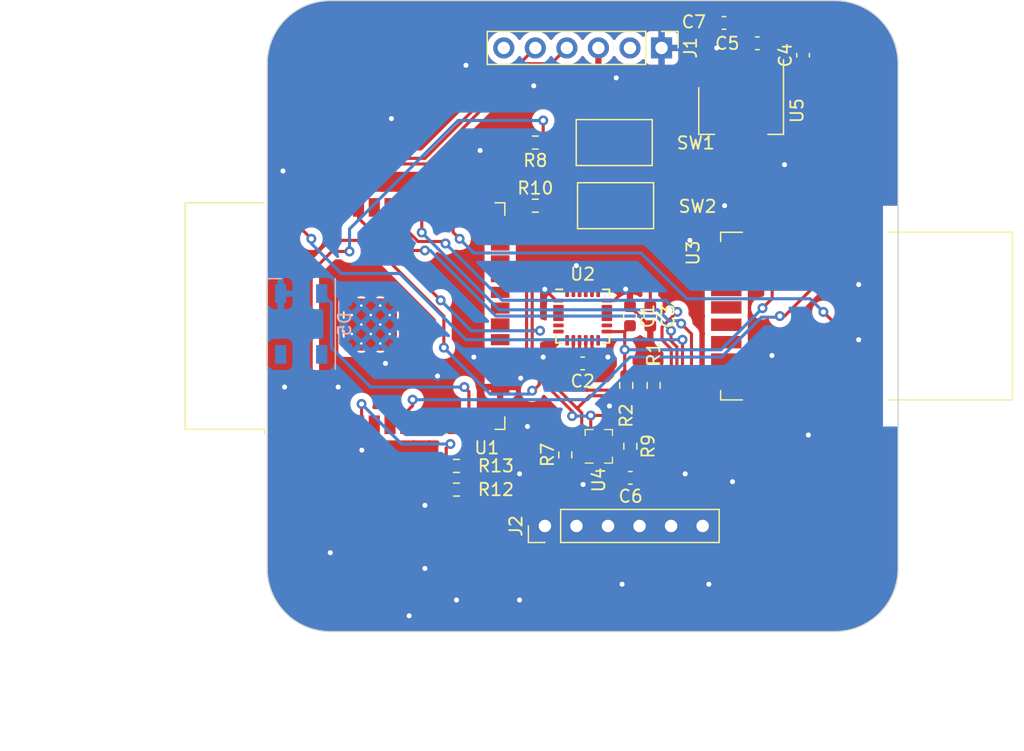
<source format=kicad_pcb>
(kicad_pcb (version 20221018) (generator pcbnew)
  (layers (0 "F.Cu" signal) (31 "B.Cu" signal) (34 "B.Paste" user) (35 "F.Paste" user) (36 "B.SilkS" user "B.Silkscreen") (37 "F.SilkS" user "F.Silkscreen") (38 "B.Mask" user) (39 "F.Mask" user) (44 "Edge.Cuts" user))
  (net 0 "")
  (net 1 "Net-(U2-REGOUT)")
  (net 2 "Net-(U2-CPOUT)")
  (net 3 "+BATT")
  (net 5 "Net-(D5-DIN)")
  (net 8 "Net-(U4-CSB)")
  (net 9 "Net-(SW1-B)")
  (net 10 "Net-(U4-SDO)")
  (net 11 "Net-(SW2-A)")
  (net 24 "ESP_RX")
  (net 27 "ESP_TX")
  (net 35 "GND")
  (net 36 "MISO")
  (net 37 "SCK")
  (net 39 "VCC")
  (net 40 "MOSI")
  (net 41 "MPU_IRQ")
  (net 42 "DW_RST")
  (net 43 "SS")
  (net 44 "SDA")
  (net 45 "SCL")
  (net 46 "DW_IRQ")
  (net 49 "MOTOR_4")
  (net 50 "MOTOR_1")
  (net 51 "MOTOR_2")
  (net 52 "MOTOR_3")
  (net 67 "WS_IN")
  (net 68 "BAT+")
  (net 69 "BAT_LEVEL")
  (footprint "Resistor_SMD:R_0603_1608Metric" (layer "F.Cu") (at 103.115 102.988 -90)
    (fp_text reference "R1")
    (fp_text value "R_Small" hide)
  )
  (footprint "Resistor_SMD:R_0603_1608Metric" (layer "F.Cu") (at 93.59 88.51)
    (fp_text reference "R10")
    (fp_text value "10K" hide)
  )
  (footprint "RF_Module:DWM1000" (layer "F.Cu") (at 120.26 97.4 -90)
    (fp_text reference "U3")
    (fp_text value "DWM1000" hide)
  )
  (footprint "Resistor_SMD:R_0603_1608Metric" (layer "F.Cu") (at 101.24 107.885 -90)
    (fp_text reference "R9")
    (fp_text value "10K" hide)
  )
  (footprint "Sensor_Motion:InvenSense_QFN-24_4x4mm_P0.5mm" (layer "F.Cu") (at 97.4 97.4)
    (fp_text reference "U2")
    (fp_text value "MPU-6050" hide)
  )
  (footprint "Connector_PinHeader_2.54mm:PinHeader_1x06_P2.54mm_Vertical" (layer "F.Cu") (at 94.361 114.3 90)
    (fp_text reference "J2")
    (fp_text value "Conn_01x06")
  )
  (footprint "Resistor_SMD:R_0603_1608Metric" (layer "F.Cu") (at 100.91 102.988 -90)
    (fp_text reference "R2")
    (fp_text value "R_Small" hide)
  )
  (footprint "Capacitor_SMD:C_0603_1608Metric" (layer "F.Cu") (at 115.148532 76.40069 90)
    (fp_text reference "C4")
    (fp_text value "C" hide)
  )
  (footprint "Capacitor_SMD:C_0603_1608Metric" (layer "F.Cu") (at 101.21 97.4 -90)
    (fp_text reference "C1")
    (fp_text value "C")
  )
  (footprint "Package_TO_SOT_SMD:SOT-223-3_TabPin2" (layer "F.Cu") (at 110.161477 80.859543 -90)
    (fp_text reference "U5")
    (fp_text value "LM317_SOT-223")
  )
  (footprint "Package_LGA:Bosch_LGA-8_2x2.5mm_P0.65mm_ClockwisePinNumbering" (layer "F.Cu") (at 98.7 107.885 90)
    (fp_text reference "U4")
    (fp_text value "BMP280" hide)
  )
  (footprint "Button_Switch_SMD:SW_SPST_CK_RS282G05A3" (layer "F.Cu") (at 100.05 88.51)
    (fp_text reference "SW2")
    (fp_text value "SW_Push_Open" hide)
  )
  (footprint "Capacitor_SMD:C_0603_1608Metric" (layer "F.Cu") (at 97.4 101.21 180)
    (fp_text reference "C2")
    (fp_text value "C")
  )
  (footprint "RF_Module:ESP32-WROOM-32" (layer "F.Cu") (at 81.252071 97.4 90)
    (fp_text reference "U1")
    (fp_text value "ESP32-WROOM-32" hide)
  )
  (footprint "Resistor_SMD:R_0603_1608Metric" (layer "F.Cu") (at 93.59 83.43)
    (fp_text reference "R8")
    (fp_text value "10K" hide)
  )
  (footprint "Resistor_SMD:R_0603_1608Metric" (layer "F.Cu") (at 87.24 111.37 180)
    (fp_text reference "R12")
    (fp_text value "100K" hide)
  )
  (footprint "Capacitor_SMD:C_0603_1608Metric" (layer "F.Cu") (at 111.467457 75.43529)
    (fp_text reference "C5")
    (fp_text value "C" hide)
  )
  (footprint "Resistor_SMD:R_0603_1608Metric" (layer "F.Cu") (at 87.24 109.465)
    (fp_text reference "R13")
    (fp_text value "100K" hide)
  )
  (footprint "Resistor_SMD:R_0603_1608Metric" (layer "F.Cu") (at 96.003 108.576 90)
    (fp_text reference "R7")
    (fp_text value "10K" hide)
  )
  (footprint "Capacitor_SMD:C_0603_1608Metric" (layer "F.Cu") (at 102.848911 97.411935 -90)
    (fp_text reference "C3")
    (fp_text value "C")
  )
  (footprint "Button_Switch_SMD:SW_SPST_CK_RS282G05A3" (layer "F.Cu") (at 99.94 83.43 180)
    (fp_text reference "SW1")
    (fp_text value "SW_Push_Open" hide)
  )
  (footprint "Capacitor_SMD:C_0603_1608Metric" (layer "F.Cu") (at 108.775 73.797155)
    (fp_text reference "C7")
    (fp_text value "C" hide)
  )
  (footprint "Capacitor_SMD:C_0603_1608Metric" (layer "F.Cu") (at 101.24 110.425)
    (fp_text reference "C6")
    (fp_text value "C" hide)
  )
  (footprint "Connector_PinHeader_2.54mm:PinHeader_1x06_P2.54mm_Vertical" (layer "F.Cu") (at 103.75 75.81 -90)
    (fp_text reference "J1")
    (fp_text value "Conn_01x06" hide)
  )
  (footprint "LED_SMD:LED_WS2812B_PLCC4_5.0x5.0mm_P3.2mm" (layer "B.Cu") (at 74.734338 98.035248 90)
    (fp_text reference "D5")
    (fp_text value "WS2812B" hide)
  )
  (gr_line (start 72 117.72) (end 72 77.08) (stroke (width 0.1)) (layer "Edge.Cuts"))
  (gr_line (start 77.08 122.8) (end 117.72 122.8) (stroke (width 0.1)) (layer "Edge.Cuts"))
  (gr_arc (start 122.8 117.72) (mid 121.312102 121.312102) (end 117.72 122.8) (stroke (width 0.1)) (layer "Edge.Cuts"))
  (gr_line (start 117.72 72) (end 77.08 72) (stroke (width 0.1)) (layer "Edge.Cuts"))
  (gr_arc (start 77.08 122.8) (mid 73.487898 121.312102) (end 72 117.72) (stroke (width 0.1)) (layer "Edge.Cuts"))
  (gr_arc (start 72 77.08) (mid 73.487898 73.487898) (end 77.08 72) (stroke (width 0.1)) (layer "Edge.Cuts"))
  (gr_arc (start 117.72 72) (mid 121.312102 73.487898) (end 122.8 77.08) (stroke (width 0.1)) (layer "Edge.Cuts"))
  (gr_line (start 122.8 117.72) (end 122.8 77.08) (stroke (width 0.1)) (layer "Edge.Cuts"))
  (segment (start 97.65 100.2662) (end 97.65 99.35) (width 0.25) (layer "F.Cu") (net 1))
  (segment (start 98.175 101.21) (end 98.175 100.7912) (width 0.25) (layer "F.Cu") (net 1))
  (segment (start 98.175 100.7912) (end 97.65 100.2662) (width 0.25) (layer "F.Cu") (net 1))
  (segment (start 101.8196 94.225) (end 98.8478 94.225) (width 0.25) (layer "F.Cu") (net 2))
  (segment (start 102.848911 95.254311) (end 101.8196 94.225) (width 0.25) (layer "F.Cu") (net 2))
  (segment (start 98.8478 94.261515) (end 98.15 94.959315) (width 0.25) (layer "F.Cu") (net 2))
  (segment (start 98.15 94.959315) (end 98.15 95.45) (width 0.25) (layer "F.Cu") (net 2))
  (segment (start 102.848911 96.636935) (end 102.848911 95.254311) (width 0.25) (layer "F.Cu") (net 2))
  (segment (start 98.8478 94.225) (end 98.8478 94.261515) (width 0.25) (layer "F.Cu") (net 2))
  (segment (start 107.345 74.452155) (end 107.345 77.193066) (width 0.5) (layer "F.Cu") (net 3))
  (segment (start 108 73.797155) (end 107.345 74.452155) (width 0.5) (layer "F.Cu") (net 3))
  (segment (start 107.345 77.193066) (end 107.861477 77.709543) (width 0.5) (layer "F.Cu") (net 3))
  (segment (start 88.242071 103.482071) (end 88.242071 106.15) (width 0.25) (layer "F.Cu") (net 5))
  (segment (start 87.875 103.115) (end 88.242071 103.482071) (width 0.25) (layer "F.Cu") (net 5))
  (via (at 87.875 103.115) (size 0.8) (drill 0.4) (layers "F.Cu" "B.Cu") (net 5))
  (segment (start 77.159338 99.94) (end 80.334338 103.115) (width 0.25) (layer "B.Cu") (net 5))
  (segment (start 80.334338 103.115) (end 87.875 103.115) (width 0.25) (layer "B.Cu") (net 5))
  (segment (start 77.159338 96.360248) (end 77.159338 99.94) (width 0.25) (layer "B.Cu") (net 5))
  (segment (start 76.384338 95.585248) (end 77.159338 96.360248) (width 0.25) (layer "B.Cu") (net 5))
  (segment (start 96.851 107.751) (end 97.31 108.21) (width 0.25) (layer "F.Cu") (net 8))
  (segment (start 96.003 107.751) (end 96.851 107.751) (width 0.25) (layer "F.Cu") (net 8))
  (segment (start 97.9 108.21) (end 97.31 108.21) (width 0.25) (layer "F.Cu") (net 8))
  (segment (start 77.203168 92.196832) (end 75.542071 93.857929) (width 0.25) (layer "F.Cu") (net 9))
  (segment (start 96.04 83.43) (end 94.415 83.43) (width 0.25) (layer "F.Cu") (net 9))
  (segment (start 75.542071 93.857929) (end 75.542071 106.15) (width 0.25) (layer "F.Cu") (net 9))
  (segment (start 94.225 83.24) (end 94.415 83.43) (width 0.25) (layer "F.Cu") (net 9))
  (segment (start 78.629566 92.196832) (end 77.203168 92.196832) (width 0.25) (layer "F.Cu") (net 9))
  (segment (start 94.225 81.652) (end 94.225 83.24) (width 0.25) (layer "F.Cu") (net 9))
  (via (at 94.225 81.652) (size 0.8) (drill 0.4) (layers "F.Cu" "B.Cu") (net 9))
  (via (at 78.629566 92.196832) (size 0.8) (drill 0.4) (layers "F.Cu" "B.Cu") (net 9))
  (segment (start 87.367 81.652) (end 94.225 81.652) (width 0.25) (layer "B.Cu") (net 9))
  (segment (start 78.629566 90.389434) (end 87.367 81.652) (width 0.25) (layer "B.Cu") (net 9))
  (segment (start 78.629566 92.196832) (end 78.629566 90.389434) (width 0.25) (layer "B.Cu") (net 9))
  (segment (start 99.5 106.91) (end 101.09 106.91) (width 0.25) (layer "F.Cu") (net 10))
  (segment (start 101.09 106.91) (end 101.24 107.06) (width 0.25) (layer "F.Cu") (net 10))
  (segment (start 91.939 89.526) (end 93.399 89.526) (width 0.25) (layer "F.Cu") (net 11))
  (segment (start 91.063 88.65) (end 91.939 89.526) (width 0.25) (layer "F.Cu") (net 11))
  (segment (start 89.512071 88.65) (end 91.063 88.65) (width 0.25) (layer "F.Cu") (net 11))
  (segment (start 96.15 88.51) (end 94.415 88.51) (width 0.25) (layer "F.Cu") (net 11))
  (segment (start 93.399 89.526) (end 94.415 88.51) (width 0.25) (layer "F.Cu") (net 11))
  (segment (start 80.44 85.15) (end 84.886396 85.15) (width 0.25) (layer "F.Cu") (net 24))
  (segment (start 78.082071 87.507929) (end 80.44 85.15) (width 0.25) (layer "F.Cu") (net 24))
  (segment (start 94.86 77.08) (end 96.13 75.81) (width 0.25) (layer "F.Cu") (net 24))
  (segment (start 78.082071 88.65) (end 78.082071 87.507929) (width 0.25) (layer "F.Cu") (net 24))
  (segment (start 92.956396 77.08) (end 94.86 77.08) (width 0.25) (layer "F.Cu") (net 24))
  (segment (start 84.886396 85.15) (end 92.956396 77.08) (width 0.25) (layer "F.Cu") (net 24))
  (segment (start 76.812071 88.07) (end 76.812071 88.65) (width 0.25) (layer "F.Cu") (net 27))
  (segment (start 93.59 75.81) (end 84.7 84.7) (width 0.25) (layer "F.Cu") (net 27))
  (segment (start 80.182071 84.7) (end 76.812071 88.07) (width 0.25) (layer "F.Cu") (net 27))
  (segment (start 84.7 84.7) (end 80.182071 84.7) (width 0.25) (layer "F.Cu") (net 27))
  (segment (start 96.879462 108.86) (end 96.595462 108.576) (width 0.25) (layer "F.Cu") (net 35))
  (segment (start 99.5 108.21) (end 100.74 108.21) (width 0.25) (layer "F.Cu") (net 35))
  (segment (start 98.15 99.35) (end 98.15 99.928) (width 0.25) (layer "F.Cu") (net 35))
  (segment (start 99.938454 96.15) (end 100.857884 95.23057) (width 0.25) (layer "F.Cu") (net 35))
  (segment (start 98.924 100.702) (end 99.432 100.702) (width 0.25) (layer "F.Cu") (net 35))
  (segment (start 108.9638 102.3) (end 107.507 102.3) (width 0.25) (layer "F.Cu") (net 35))
  (segment (start 98.15 99.928) (end 98.924 100.702) (width 0.25) (layer "F.Cu") (net 35))
  (segment (start 95.261 96.15) (end 94.352 95.241) (width 0.25) (layer "F.Cu") (net 35))
  (segment (start 96.625 101.21) (end 97.15 100.685) (width 0.25) (layer "F.Cu") (net 35))
  (segment (start 100.74 108.21) (end 101.24 108.71) (width 0.25) (layer "F.Cu") (net 35))
  (segment (start 102.771935 98.186935) (end 101.21 96.625) (width 0.25) (layer "F.Cu") (net 35))
  (segment (start 107.507 102.3) (end 107.052 101.845) (width 0.25) (layer "F.Cu") (net 35))
  (segment (start 96.595462 108.576) (end 94.987 108.576) (width 0.25) (layer "F.Cu") (net 35))
  (segment (start 102.848911 98.186935) (end 102.771935 98.186935) (width 0.25) (layer "F.Cu") (net 35))
  (segment (start 97.9 108.86) (end 96.879462 108.86) (width 0.25) (layer "F.Cu") (net 35))
  (segment (start 95.45 96.15) (end 95.261 96.15) (width 0.25) (layer "F.Cu") (net 35))
  (segment (start 97.15 100.685) (end 97.15 99.35) (width 0.25) (layer "F.Cu") (net 35))
  (segment (start 99.35 96.15) (end 99.938454 96.15) (width 0.25) (layer "F.Cu") (net 35))
  (via (at 109.465 110.735) (size 0.8) (drill 0.4) (layers "F.Cu" "B.Cu") (net 35))
  (via (at 92.410879 102.399159) (size 0.8) (drill 0.4) (layers "F.Cu" "B.Cu") (net 35))
  (via (at 73.27 85.716) (size 0.8) (drill 0.4) (layers "F.Cu" "B.Cu") (net 35))
  (via (at 85.716 102.226) (size 0.8) (drill 0.4) (layers "F.Cu" "B.Cu") (net 35))
  (via (at 94.225 100.702) (size 0.8) (drill 0.4) (layers "F.Cu" "B.Cu") (net 35))
  (via (at 106.036 91.304) (size 0.8) (drill 0.4) (layers "F.Cu" "B.Cu") (net 35))
  (via (at 100.575 118.99) (size 0.8) (drill 0.4) (layers "F.Cu" "B.Cu") (net 35))
  (via (at 83.43 121.53) (size 0.8) (drill 0.4) (layers "F.Cu" "B.Cu") (net 35))
  (via (at 97.431644 110.958615) (size 0.8) (drill 0.4) (layers "F.Cu" "B.Cu") (net 35))
  (via (at 82 81.5) (size 0.8) (drill 0.4) (layers "F.Cu" "B.Cu") (net 35))
  (via (at 88.637 100.702) (size 0.8) (drill 0.4) (layers "F.Cu" "B.Cu") (net 35))
  (via (at 119.625 99.305) (size 0.8) (drill 0.4) (layers "F.Cu" "B.Cu") (net 35))
  (via (at 89.145 84.065) (size 0.8) (drill 0.4) (layers "F.Cu" "B.Cu") (net 35))
  (via (at 84.7 117.72) (size 0.8) (drill 0.4) (layers "F.Cu" "B.Cu") (net 35))
  (via (at 115.575 106.975) (size 0.8) (drill 0.4) (layers "F.Cu" "B.Cu") (net 35))
  (via (at 99.432 100.702) (size 0.8) (drill 0.4) (layers "F.Cu" "B.Cu") (net 35))
  (via (at 108.83 88.51) (size 0.8) (drill 0.4) (layers "F.Cu" "B.Cu") (net 35))
  (via (at 108.195 75.81) (size 0.8) (drill 0.4) (layers "F.Cu" "B.Cu") (net 35))
  (via (at 107.56 118.99) (size 0.8) (drill 0.4) (layers "F.Cu" "B.Cu") (net 35))
  (via (at 100.105346 78.219271) (size 0.8) (drill 0.4) (layers "F.Cu" "B.Cu") (net 35))
  (via (at 99.559 104.639) (size 0.8) (drill 0.4) (layers "F.Cu" "B.Cu") (net 35))
  (via (at 73.397 103.115) (size 0.8) (drill 0.4) (layers "F.Cu" "B.Cu") (net 35))
  (via (at 79.62 108.195) (size 0.8) (drill 0.4) (layers "F.Cu" "B.Cu") (net 35))
  (via (at 96.892 93.336) (size 0.8) (drill 0.4) (layers "F.Cu" "B.Cu") (net 35))
  (via (at 81.525 101.21) (size 0.8) (drill 0.4) (layers "F.Cu" "B.Cu") (net 35))
  (via (at 77.715 103.115) (size 0.8) (drill 0.4) (layers "F.Cu" "B.Cu") (net 35))
  (via (at 92.32 110.1) (size 0.8) (drill 0.4) (layers "F.Cu" "B.Cu") (net 35))
  (via (at 119.625 94.86) (size 0.8) (drill 0.4) (layers "F.Cu" "B.Cu") (net 35))
  (via (at 92.955 106.29) (size 0.8) (drill 0.4) (layers "F.Cu" "B.Cu") (net 35))
  (via (at 94.352 95.241) (size 0.8) (drill 0.4) (layers "F.Cu" "B.Cu") (net 35))
  (via (at 113.656 85.208) (size 0.8) (drill 0.4) (layers "F.Cu" "B.Cu") (net 35))
  (via (at 87.24 120.26) (size 0.8) (drill 0.4) (layers "F.Cu" "B.Cu") (net 35))
  (via (at 100.857884 95.23057) (size 0.8) (drill 0.4) (layers "F.Cu" "B.Cu") (net 35))
  (via (at 77.08 116.45) (size 0.8) (drill 0.4) (layers "F.Cu" "B.Cu") (net 35))
  (via (at 84.7 112.64) (size 0.8) (drill 0.4) (layers "F.Cu" "B.Cu") (net 35))
  (via (at 112.64 100.575) (size 0.8) (drill 0.4) (layers "F.Cu" "B.Cu") (net 35))
  (via (at 92.32 120.26) (size 0.8) (drill 0.4) (layers "F.Cu" "B.Cu") (net 35))
  (via (at 93.463 78.858) (size 0.8) (drill 0.4) (layers "F.Cu" "B.Cu") (net 35))
  (via (at 105.655 110.1) (size 0.8) (drill 0.4) (layers "F.Cu" "B.Cu") (net 35))
  (via (at 88.002 77.207) (size 0.8) (drill 0.4) (layers "F.Cu" "B.Cu") (net 35))
  (segment (start 104.9885 99.880305) (end 104.51508 99.406885) (width 0.25) (layer "F.Cu") (net 36))
  (segment (start 109.081208 106.29) (end 104.9885 102.197292) (width 0.25) (layer "F.Cu") (net 36))
  (segment (start 104.51508 99.406885) (end 104.51508 98.5805) (width 0.25) (layer "F.Cu") (net 36))
  (segment (start 83.7365 92.1185) (end 81.892071 90.274071) (width 0.25) (layer "F.Cu") (net 36))
  (segment (start 84.7 92.1185) (end 83.7365 92.1185) (width 0.25) (layer "F.Cu") (net 36))
  (segment (start 114.0588 103.7) (end 114.0588 104.6172) (width 0.25) (layer "F.Cu") (net 36))
  (segment (start 81.892071 90.274071) (end 81.892071 88.65) (width 0.25) (layer "F.Cu") (net 36))
  (segment (start 104.9885 102.197292) (end 104.9885 99.880305) (width 0.25) (layer "F.Cu") (net 36))
  (segment (start 112.386 106.29) (end 109.081208 106.29) (width 0.25) (layer "F.Cu") (net 36))
  (segment (start 114.0588 104.6172) (end 112.386 106.29) (width 0.25) (layer "F.Cu") (net 36))
  (via (at 84.7 92.1185) (size 0.8) (drill 0.4) (layers "F.Cu" "B.Cu") (net 36))
  (via (at 104.51508 98.5805) (size 0.8) (drill 0.4) (layers "F.Cu" "B.Cu") (net 36))
  (segment (start 103.33458 97.4) (end 104.51508 98.5805) (width 0.25) (layer "B.Cu") (net 36))
  (segment (start 85.1335 92.1185) (end 90.415 97.4) (width 0.25) (layer "B.Cu") (net 36))
  (segment (start 84.7 92.1185) (end 85.1335 92.1185) (width 0.25) (layer "B.Cu") (net 36))
  (segment (start 90.415 97.4) (end 103.33458 97.4) (width 0.25) (layer "B.Cu") (net 36))
  (segment (start 105.013775 97.0565) (end 105.02 97.0565) (width 0.25) (layer "F.Cu") (net 37))
  (segment (start 104.5385 102.383688) (end 104.5385 100.066701) (width 0.25) (layer "F.Cu") (net 37))
  (segment (start 83.156876 90.405181) (end 83.156876 88.655195) (width 0.25) (layer "F.Cu") (net 37))
  (segment (start 83.156876 88.655195) (end 83.162071 88.65) (width 0.25) (layer "F.Cu") (net 37))
  (segment (start 113.8938 106.74) (end 108.894812 106.74) (width 0.25) (layer "F.Cu") (net 37))
  (segment (start 86.195598 91.394) (end 84.145695 91.394) (width 0.25) (layer "F.Cu") (net 37))
  (segment (start 115.4588 103.7) (end 115.4588 105.175) (width 0.25) (layer "F.Cu") (net 37))
  (segment (start 103.79008 99.318281) (end 103.79008 98.280195) (width 0.25) (layer "F.Cu") (net 37))
  (segment (start 108.894812 106.74) (end 104.5385 102.383688) (width 0.25) (layer "F.Cu") (net 37))
  (segment (start 103.79008 98.280195) (end 105.013775 97.0565) (width 0.25) (layer "F.Cu") (net 37))
  (segment (start 86.355299 91.553701) (end 86.195598 91.394) (width 0.25) (layer "F.Cu") (net 37))
  (segment (start 84.145695 91.394) (end 83.156876 90.405181) (width 0.25) (layer "F.Cu") (net 37))
  (segment (start 115.4588 105.175) (end 113.8938 106.74) (width 0.25) (layer "F.Cu") (net 37))
  (segment (start 104.5385 100.066701) (end 103.79008 99.318281) (width 0.25) (layer "F.Cu") (net 37))
  (via (at 86.355299 91.553701) (size 0.8) (drill 0.4) (layers "F.Cu" "B.Cu") (net 37))
  (via (at 105.02 97.0565) (size 0.8) (drill 0.4) (layers "F.Cu" "B.Cu") (net 37))
  (segment (start 90.931598 96.13) (end 104.0935 96.13) (width 0.25) (layer "B.Cu") (net 37))
  (segment (start 104.0935 96.13) (end 105.02 97.0565) (width 0.25) (layer "B.Cu") (net 37))
  (segment (start 86.355299 91.553701) (end 90.931598 96.13) (width 0.25) (layer "B.Cu") (net 37))
  (segment (start 100.305 110.585) (end 100.465 110.425) (width 0.25) (layer "F.Cu") (net 39))
  (segment (start 99.35 98.65) (end 100.785 98.65) (width 0.25) (layer "F.Cu") (net 39))
  (segment (start 112.6588 91.1) (end 112.6588 95.9842) (width 0.25) (layer "F.Cu") (net 39))
  (segment (start 92.765 83.43) (end 92.765 85.78) (width 0.5) (layer "F.Cu") (net 39))
  (segment (start 96.851 109.401) (end 97.169 109.719) (width 0.25) (layer "F.Cu") (net 39))
  (segment (start 112.6588 89.875) (end 112.6588 91.1) (width 0.5) (layer "F.Cu") (net 39))
  (segment (start 99.94 84.7) (end 100.575 84.7) (width 0.5) (layer "F.Cu") (net 39))
  (segment (start 97.785604 103.363) (end 99.71 103.363) (width 0.25) (layer "F.Cu") (net 39))
  (segment (start 99.71 103.363) (end 100.91 102.163) (width 0.25) (layer "F.Cu") (net 39))
  (segment (start 100.575 84.7) (end 101.845 85.97) (width 0.5) (layer "F.Cu") (net 39))
  (segment (start 101.21 98.225) (end 100.785 98.65) (width 0.25) (layer "F.Cu") (net 39))
  (segment (start 74.380684 106.258613) (end 74.272071 106.15) (width 0.4) (layer "F.Cu") (net 39))
  (segment (start 103.115 102.163) (end 103.303208 102.163) (width 0.25) (layer "F.Cu") (net 39))
  (segment (start 92.765 85.78) (end 98.86 85.78) (width 0.5) (layer "F.Cu") (net 39))
  (segment (start 100.785 98.65) (end 100.785 100.111) (width 0.25) (layer "F.Cu") (net 39))
  (segment (start 97.779604 103.369) (end 97.785604 103.363) (width 0.25) (layer "F.Cu") (net 39))
  (segment (start 98.67 83.43) (end 99.94 84.7) (width 0.5) (layer "F.Cu") (net 39))
  (segment (start 108.7538 85.97) (end 109.245918 86.462118) (width 0.5) (layer "F.Cu") (net 39))
  (segment (start 113.142457 75.169615) (end 113.142457 74.905696) (width 0.5) (layer "F.Cu") (net 39))
  (segment (start 101.21 98.175) (end 101.21 98.225) (width 0.25) (layer "F.Cu") (net 39))
  (segment (start 98.86 85.78) (end 99.94 84.7) (width 0.5) (layer "F.Cu") (net 39))
  (segment (start 103.115 102.163) (end 100.91 102.163) (width 0.25) (layer "F.Cu") (net 39))
  (segment (start 92.765 85.78) (end 92.765 88.51) (width 0.5) (layer "F.Cu") (net 39))
  (segment (start 109.245918 86.462118) (end 112.6588 89.875) (width 0.5) (layer "F.Cu") (net 39))
  (segment (start 103.915 102.774792) (end 103.915 104.230462) (width 0.25) (layer "F.Cu") (net 39))
  (segment (start 98.67 75.81) (end 98.67 83.43) (width 0.5) (layer "F.Cu") (net 39))
  (segment (start 96.638 103.369) (end 97.779604 103.369) (width 0.25) (layer "F.Cu") (net 39))
  (segment (start 96.65 99.35) (end 96.65 100.1566) (width 0.25) (layer "F.Cu") (net 39))
  (segment (start 110.161477 85.546559) (end 109.245918 86.462118) (width 0.5) (layer "F.Cu") (net 39))
  (segment (start 100.785 102.038) (end 100.91 102.163) (width 0.25) (layer "F.Cu") (net 39))
  (segment (start 110.161477 75.96627) (end 110.692457 75.43529) (width 0.5) (layer "F.Cu") (net 39))
  (segment (start 95.241 100.829) (end 95.241 101.972) (width 0.25) (layer "F.Cu") (net 39))
  (segment (start 103.915 104.230462) (end 102.294462 105.851) (width 0.25) (layer "F.Cu") (net 39))
  (segment (start 95.7744 100.2956) (end 95.241 100.829) (width 0.25) (layer "F.Cu") (net 39))
  (segment (start 115.4588 91.1) (end 114.0588 91.1) (width 0.25) (layer "F.Cu") (net 39))
  (segment (start 98.67 107.56) (end 98.67 108.83) (width 0.25) (layer "F.Cu") (net 39))
  (segment (start 96.003 109.401) (end 96.851 109.401) (width 0.25) (layer "F.Cu") (net 39))
  (segment (start 95.241 101.972) (end 96.638 103.369) (width 0.25) (layer "F.Cu") (net 39))
  (segment (start 115.148532 77.17569) (end 113.142457 75.169615) (width 0.5) (layer "F.Cu") (net 39))
  (segment (start 96.511 100.2956) (end 95.7744 100.2956) (width 0.25) (layer "F.Cu") (net 39))
  (segment (start 99.406 109.719) (end 99.5 109.625) (width 0.25) (layer "F.Cu") (net 39))
  (segment (start 113.142457 74.905696) (end 112.590802 74.354041) (width 0.5) (layer "F.Cu") (net 39))
  (segment (start 98.7 108.86) (end 99.5 108.86) (width 0.25) (layer "F.Cu") (net 39))
  (segment (start 100.465 110.425) (end 100.3 110.425) (width 0.25) (layer "F.Cu") (net 39))
  (segment (start 95.637801 109.766199) (end 96.003 109.401) (width 0.25) (layer "F.Cu") (net 39))
  (segment (start 96.65 100.1566) (end 96.511 100.2956) (width 0.25) (layer "F.Cu") (net 39))
  (segment (start 98.67 108.83) (end 98.7 108.86) (width 0.25) (layer "F.Cu") (net 39))
  (segment (start 99.5 107.56) (end 98.67 107.56) (width 0.25) (layer "F.Cu") (net 39))
  (segment (start 98.67 106.29) (end 98.67 107.56) (width 0.25) (layer "F.Cu") (net 39))
  (segment (start 112.590802 74.354041) (end 111.773706 74.354041) (width 0.5) (layer "F.Cu") (net 39))
  (segment (start 110.161477 77.709543) (end 110.161477 75.96627) (width 0.5) (layer "F.Cu") (net 39))
  (segment (start 100.3 110.425) (end 99.5 109.625) (width 0.25) (layer "F.Cu") (net 39))
  (segment (start 99.109 105.851) (end 98.67 106.29) (width 0.25) (layer "F.Cu") (net 39))
  (segment (start 100.785 100.111) (end 100.785 102.038) (width 0.25) (layer "F.Cu") (net 39))
  (segment (start 97.169 109.719) (end 99.406 109.719) (width 0.25) (layer "F.Cu") (net 39))
  (segment (start 101.845 85.97) (end 108.7538 85.97) (width 0.5) (layer "F.Cu") (net 39))
  (segment (start 111.773706 74.354041) (end 110.692457 75.43529) (width 0.5) (layer "F.Cu") (net 39))
  (segment (start 99.5 108.86) (end 99.5 109.625) (width 0.25) (layer "F.Cu") (net 39))
  (segment (start 114.0588 91.1) (end 112.6588 91.1) (width 0.25) (layer "F.Cu") (net 39))
  (segment (start 102.294462 105.851) (end 99.109 105.851) (width 0.25) (layer "F.Cu") (net 39))
  (segment (start 103.303208 102.163) (end 103.915 102.774792) (width 0.25) (layer "F.Cu") (net 39))
  (segment (start 110.161477 84.009543) (end 110.161477 85.546559) (width 0.5) (layer "F.Cu") (net 39))
  (segment (start 112.6588 95.9842) (end 111.878 96.765) (width 0.25) (layer "F.Cu") (net 39))
  (segment (start 110.161477 84.009543) (end 110.161477 77.709543) (width 0.5) (layer "F.Cu") (net 39))
  (via (at 100.785 100.111) (size 0.8) (drill 0.4) (layers "F.Cu" "B.Cu") (net 39))
  (via (at 111.878 96.765) (size 0.8) (drill 0.4) (layers "F.Cu" "B.Cu") (net 39))
  (segment (start 111.878 96.765) (end 108.532 100.111) (width 0.25) (layer "B.Cu") (net 39))
  (segment (start 108.532 100.111) (end 100.785 100.111) (width 0.25) (layer "B.Cu") (net 39))
  (segment (start 111.947 105.84) (end 109.267604 105.84) (width 0.25) (layer "F.Cu") (net 40))
  (segment (start 112.66 105.127) (end 111.947 105.84) (width 0.25) (layer "F.Cu") (net 40))
  (segment (start 75.556 91.177) (end 74.272071 89.893071) (width 0.25) (layer "F.Cu") (net 40))
  (segment (start 112.66 103.7) (end 112.66 105.127) (width 0.25) (layer "F.Cu") (net 40))
  (segment (start 74.272071 89.893071) (end 74.272071 88.65) (width 0.25) (layer "F.Cu") (net 40))
  (segment (start 105.4385 102.010896) (end 105.4385 99.305) (width 0.25) (layer "F.Cu") (net 40))
  (segment (start 109.267604 105.84) (end 105.4385 102.010896) (width 0.25) (layer "F.Cu") (net 40))
  (via (at 75.556 91.177) (size 0.8) (drill 0.4) (layers "F.Cu" "B.Cu") (net 40))
  (via (at 105.4385 99.305) (size 0.8) (drill 0.4) (layers "F.Cu" "B.Cu") (net 40))
  (segment (start 82.668 93.971) (end 77.969 93.971) (width 0.25) (layer "B.Cu") (net 40))
  (segment (start 105.4385 99.305) (end 88.002 99.305) (width 0.25) (layer "B.Cu") (net 40))
  (segment (start 88.002 99.305) (end 86.732 98.035) (width 0.25) (layer "B.Cu") (net 40))
  (segment (start 86.732 98.035) (end 82.668 93.971) (width 0.25) (layer "B.Cu") (net 40))
  (segment (start 77.969 93.971) (end 75.556 91.558) (width 0.25) (layer "B.Cu") (net 40))
  (segment (start 75.556 91.558) (end 75.556 91.177) (width 0.25) (layer "B.Cu") (net 40))
  (segment (start 118.2588 92.7972) (end 118.2588 91.1) (width 0.25) (layer "F.Cu") (net 42))
  (segment (start 83.707571 104.131) (end 83.707571 104.615429) (width 0.25) (layer "F.Cu") (net 42))
  (segment (start 83.707571 104.615429) (end 83.162071 105.160929) (width 0.25) (layer "F.Cu") (net 42))
  (segment (start 83.162071 105.160929) (end 83.162071 106.15) (width 0.25) (layer "F.Cu") (net 42))
  (segment (start 113.275 97.4) (end 113.656 97.4) (width 0.25) (layer "F.Cu") (net 42))
  (segment (start 113.656 97.4) (end 118.2588 92.7972) (width 0.25) (layer "F.Cu") (net 42))
  (via (at 83.707571 104.131) (size 0.8) (drill 0.4) (layers "F.Cu" "B.Cu") (net 42))
  (via (at 113.275 97.4) (size 0.8) (drill 0.4) (layers "F.Cu" "B.Cu") (net 42))
  (segment (start 108.577396 100.702) (end 101.21 100.702) (width 0.25) (layer "B.Cu") (net 42))
  (segment (start 113.185 97.49) (end 111.789396 97.49) (width 0.25) (layer "B.Cu") (net 42))
  (segment (start 111.789396 97.49) (end 108.577396 100.702) (width 0.25) (layer "B.Cu") (net 42))
  (segment (start 101.21 100.702) (end 97.781 104.131) (width 0.25) (layer "B.Cu") (net 42))
  (segment (start 97.781 104.131) (end 83.707571 104.131) (width 0.25) (layer "B.Cu") (net 42))
  (segment (start 113.275 97.4) (end 113.185 97.49) (width 0.25) (layer "B.Cu") (net 42))
  (segment (start 109.454 105.39) (end 111 105.39) (width 0.25) (layer "F.Cu") (net 43))
  (segment (start 84.446 90.669) (end 84.446 88.663929) (width 0.25) (layer "F.Cu") (net 43))
  (segment (start 105.332825 98.005787) (end 106.163 98.835962) (width 0.25) (layer "F.Cu") (net 43))
  (segment (start 111.26 105.13) (end 111.26 103.7) (width 0.25) (layer "F.Cu") (net 43))
  (segment (start 84.446 88.663929) (end 84.432071 88.65) (width 0.25) (layer "F.Cu") (net 43))
  (segment (start 106.163 102.099) (end 109.454 105.39) (width 0.25) (layer "F.Cu") (net 43))
  (segment (start 111 105.39) (end 111.26 105.13) (width 0.25) (layer "F.Cu") (net 43))
  (segment (start 106.163 98.835962) (end 106.163 102.099) (width 0.25) (layer "F.Cu") (net 43))
  (via (at 105.332825 98.005787) (size 0.8) (drill 0.4) (layers "F.Cu" "B.Cu") (net 43))
  (via (at 84.446 90.669) (size 0.8) (drill 0.4) (layers "F.Cu" "B.Cu") (net 43))
  (segment (start 104.352476 97.7815) (end 103.462976 96.892) (width 0.25) (layer "B.Cu") (net 43))
  (segment (start 105.332825 98.005787) (end 105.108538 97.7815) (width 0.25) (layer "B.Cu") (net 43))
  (segment (start 90.669 96.892) (end 84.446 90.669) (width 0.25) (layer "B.Cu") (net 43))
  (segment (start 105.108538 97.7815) (end 104.352476 97.7815) (width 0.25) (layer "B.Cu") (net 43))
  (segment (start 103.462976 96.892) (end 90.669 96.892) (width 0.25) (layer "B.Cu") (net 43))
  (segment (start 97.325 107.485) (end 97.325 105.199) (width 0.25) (layer "F.Cu") (net 44))
  (segment (start 97.972 103.813) (end 96.9555 104.8295) (width 0.25) (layer "F.Cu") (net 44))
  (segment (start 93.5005 98.5805) (end 93.336 98.416) (width 0.25) (layer "F.Cu") (net 44))
  (segment (start 93.336 94.734396) (end 93.649396 94.421) (width 0.25) (layer "F.Cu") (net 44))
  (segment (start 97.4 107.56) (end 97.325 107.485) (width 0.25) (layer "F.Cu") (net 44))
  (segment (start 95.121 94.421) (end 96.15 95.45) (width 0.25) (layer "F.Cu") (net 44))
  (segment (start 97.9 107.56) (end 97.4 107.56) (width 0.25) (layer "F.Cu") (net 44))
  (segment (start 93.336 98.416) (end 93.336 94.734396) (width 0.25) (layer "F.Cu") (net 44))
  (segment (start 96.9555 104.8295) (end 93.336 101.21) (width 0.25) (layer "F.Cu") (net 44))
  (segment (start 79.352071 89.512071) (end 85.97 96.13) (width 0.25) (layer "F.Cu") (net 44))
  (segment (start 79.352071 88.65) (end 79.352071 89.512071) (width 0.25) (layer "F.Cu") (net 44))
  (segment (start 93.649396 94.421) (end 95.121 94.421) (width 0.25) (layer "F.Cu") (net 44))
  (segment (start 93.336 101.21) (end 93.336 98.416) (width 0.25) (layer "F.Cu") (net 44))
  (segment (start 100.91 103.813) (end 97.972 103.813) (width 0.25) (layer "F.Cu") (net 44))
  (segment (start 97.325 105.199) (end 96.9555 104.8295) (width 0.25) (layer "F.Cu") (net 44))
  (segment (start 93.971 98.5805) (end 93.5005 98.5805) (width 0.25) (layer "F.Cu") (net 44))
  (via (at 85.97 96.13) (size 0.8) (drill 0.4) (layers "F.Cu" "B.Cu") (net 44))
  (via (at 93.971 98.5805) (size 0.8) (drill 0.4) (layers "F.Cu" "B.Cu") (net 44))
  (segment (start 88.4205 98.5805) (end 85.97 96.13) (width 0.25) (layer "B.Cu") (net 44))
  (segment (start 93.971 98.5805) (end 88.4205 98.5805) (width 0.25) (layer "B.Cu") (net 44))
  (segment (start 77.588 91.304) (end 78.096 91.304) (width 0.25) (layer "F.Cu") (net 45))
  (segment (start 80.118695 91.304) (end 86.224 97.409305) (width 0.25) (layer "F.Cu") (net 45))
  (segment (start 92.886 94.548) (end 92.886 101.396396) (width 0.25) (layer "F.Cu") (net 45))
  (segment (start 93.906802 102.417198) (end 96.700802 105.211198) (width 0.25) (layer "F.Cu") (net 45))
  (segment (start 96.700802 105.211198) (end 96.700802 105.300698) (width 0.25) (layer "F.Cu") (net 45))
  (segment (start 96.700802 105.300698) (end 96.551451 105.450049) (width 0.25) (layer "F.Cu") (net 45))
  (segment (start 93.4255 103.4065) (end 93.906802 102.925198) (width 0.25) (layer "F.Cu") (net 45))
  (segment (start 96.65 95.45) (end 96.65 94.959315) (width 0.25) (layer "F.Cu") (net 45))
  (segment (start 96.65 94.959315) (end 95.661685 93.971) (width 0.25) (layer "F.Cu") (net 45))
  (segment (start 93.336 103.4065) (end 93.4255 103.4065) (width 0.25) (layer "F.Cu") (net 45))
  (segment (start 78.096 91.304) (end 80.118695 91.304) (width 0.25) (layer "F.Cu") (net 45))
  (segment (start 93.463 93.971) (end 92.886 94.548) (width 0.25) (layer "F.Cu") (net 45))
  (segment (start 92.886 101.396396) (end 93.906802 102.417198) (width 0.25) (layer "F.Cu") (net 45))
  (segment (start 98.0495 105.401) (end 101.527 105.401) (width 0.25) (layer "F.Cu") (net 45))
  (segment (start 75.542071 88.65) (end 75.542071 89.258071) (width 0.25) (layer "F.Cu") (net 45))
  (segment (start 86.224 97.409305) (end 86.224 99.94) (width 0.25) (layer "F.Cu") (net 45))
  (segment (start 75.542071 89.258071) (end 77.588 91.304) (width 0.25) (layer "F.Cu") (net 45))
  (segment (start 93.906802 102.925198) (end 93.906802 102.417198) (width 0.25) (layer "F.Cu") (net 45))
  (segment (start 101.527 105.401) (end 103.115 103.813) (width 0.25) (layer "F.Cu") (net 45))
  (segment (start 98.0495 106.7605) (end 97.9 106.91) (width 0.25) (layer "F.Cu") (net 45))
  (segment (start 95.661685 93.971) (end 93.463 93.971) (width 0.25) (layer "F.Cu") (net 45))
  (segment (start 98.0495 105.401) (end 98.0495 106.7605) (width 0.25) (layer "F.Cu") (net 45))
  (via (at 93.336 103.4065) (size 0.8) (drill 0.4) (layers "F.Cu" "B.Cu") (net 45))
  (via (at 96.551451 105.450049) (size 0.8) (drill 0.4) (layers "F.Cu" "B.Cu") (net 45))
  (via (at 98.0495 105.401) (size 0.8) (drill 0.4) (layers "F.Cu" "B.Cu") (net 45))
  (via (at 86.224 99.94) (size 0.8) (drill 0.4) (layers "F.Cu" "B.Cu") (net 45))
  (segment (start 93.336 103.4065) (end 93.0615 103.681) (width 0.25) (layer "B.Cu") (net 45))
  (segment (start 89.965 103.681) (end 86.224 99.94) (width 0.25) (layer "B.Cu") (net 45))
  (segment (start 93.0615 103.681) (end 89.965 103.681) (width 0.25) (layer "B.Cu") (net 45))
  (segment (start 98.000451 105.450049) (end 98.0495 105.401) (width 0.25) (layer "B.Cu") (net 45))
  (segment (start 96.551451 105.450049) (end 98.000451 105.450049) (width 0.25) (layer "B.Cu") (net 45))
  (segment (start 87.494 91.177) (end 86.972071 90.655071) (width 0.25) (layer "F.Cu") (net 46))
  (segment (start 118.2588 98.54205) (end 118.2588 103.7) (width 0.25) (layer "F.Cu") (net 46))
  (segment (start 116.783375 97.066625) (end 118.2588 98.54205) (width 0.25) (layer "F.Cu") (net 46))
  (segment (start 86.972071 90.655071) (end 86.972071 88.65) (width 0.25) (layer "F.Cu") (net 46))
  (via (at 87.494 91.177) (size 0.8) (drill 0.4) (layers "F.Cu" "B.Cu") (net 46))
  (via (at 116.783375 97.066625) (size 0.8) (drill 0.4) (layers "F.Cu" "B.Cu") (net 46))
  (segment (start 116.783375 97.066625) (end 115.71975 96.003) (width 0.25) (layer "B.Cu") (net 46))
  (segment (start 88.637 92.32) (end 87.494 91.177) (width 0.25) (layer "B.Cu") (net 46))
  (segment (start 115.71975 96.003) (end 105.782 96.003) (width 0.25) (layer "B.Cu") (net 46))
  (segment (start 102.099 92.32) (end 88.637 92.32) (width 0.25) (layer "B.Cu") (net 46))
  (segment (start 105.782 96.003) (end 102.099 92.32) (width 0.25) (layer "B.Cu") (net 46))
  (segment (start 81.892071 106.15) (end 81.892071 106.657071) (width 0.25) (layer "F.Cu") (net 49))
  (segment (start 86.415 109.465) (end 86.415 108.035) (width 0.25) (layer "F.Cu") (net 69))
  (segment (start 86.415 108.035) (end 86.75 107.7) (width 0.25) (layer "F.Cu") (net 69))
  (segment (start 79.6 104.475) (end 79.6 105.902071) (width 0.25) (layer "F.Cu") (net 69))
  (segment (start 79.6 105.902071) (end 79.352071 106.15) (width 0.25) (layer "F.Cu") (net 69))
  (segment (start 86.415 109.465) (end 86.415 111.37) (width 0.25) (layer "F.Cu") (net 69))
  (via (at 86.75 107.7) (size 0.8) (drill 0.4) (layers "F.Cu" "B.Cu") (net 69))
  (via (at 79.6 104.475) (size 0.8) (drill 0.4) (layers "F.Cu" "B.Cu") (net 69))
  (segment (start 86.75 107.7) (end 82.825 107.7) (width 0.25) (layer "B.Cu") (net 69))
  (segment (start 82.825 107.7) (end 79.6 104.475) (width 0.25) (layer "B.Cu") (net 69))
  (zone (net 35) (net_name "GND") (layers "F&B.Cu") (connect_pads (clearance 0.508)) (min_thickness 0.254) (fill yes (thermal_gap 0.508) (thermal_bridge_width 0.508))
    (polygon (pts (xy 122.8 122.8) (xy 72 122.8) (xy 72 72) (xy 122.8 72)))
  )
)
</source>
